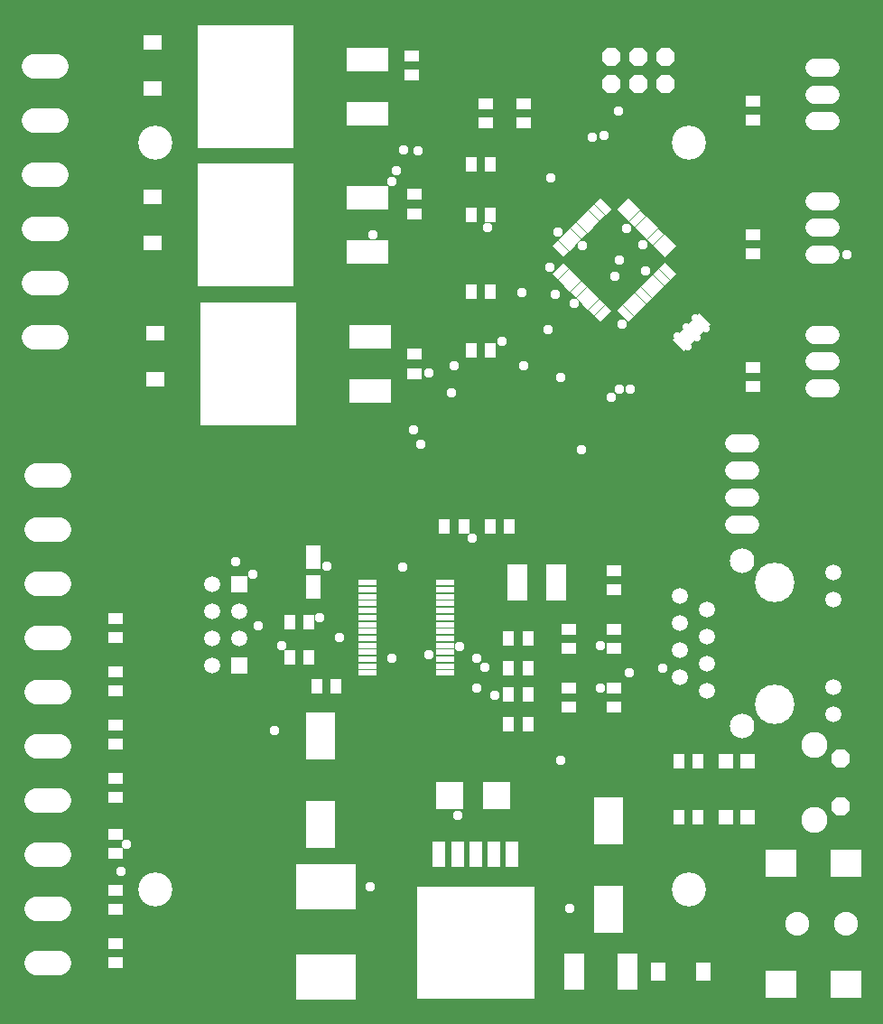
<source format=gbr>
G04 EAGLE Gerber RS-274X export*
G75*
%MOMM*%
%FSLAX34Y34*%
%LPD*%
%INSoldermask Top*%
%IPNEG*%
%AMOC8*
5,1,8,0,0,1.08239X$1,22.5*%
G01*
%ADD10C,3.203200*%
%ADD11R,1.403200X1.403200*%
%ADD12R,1.473200X1.673200*%
%ADD13R,1.003200X1.403200*%
%ADD14R,1.983200X3.403200*%
%ADD15R,3.003200X2.603200*%
%ADD16C,2.235200*%
%ADD17R,1.403200X1.003200*%
%ADD18R,1.673200X1.473200*%
%ADD19R,4.013200X2.286000*%
%ADD20R,9.093200X11.633200*%
%ADD21R,1.511200X1.511200*%
%ADD22C,1.511200*%
%ADD23C,2.298700*%
%ADD24R,1.703200X0.603200*%
%ADD25R,1.903200X3.503200*%
%ADD26R,1.403200X2.203200*%
%ADD27C,2.303200*%
%ADD28C,3.703200*%
%ADD29C,1.727200*%
%ADD30R,1.473200X0.762000*%
%ADD31R,0.762000X1.473200*%
%ADD32C,0.653200*%
%ADD33R,3.495041X1.534159*%
%ADD34R,2.703200X4.503200*%
%ADD35R,5.703200X4.203200*%
%ADD36R,11.003200X10.613200*%
%ADD37R,1.270000X2.362200*%
%ADD38R,2.603200X2.603200*%
%ADD39P,1.869504X8X112.500000*%
%ADD40C,2.451100*%
%ADD41P,1.852186X8X22.500000*%
%ADD42C,0.959600*%


D10*
X172500Y832500D03*
X672500Y832500D03*
X172500Y132500D03*
X672500Y132500D03*
D11*
X728000Y200000D03*
X707000Y200000D03*
D12*
X686500Y55000D03*
X643500Y55000D03*
D13*
X681500Y200000D03*
X663500Y200000D03*
D14*
X614900Y55000D03*
X565100Y55000D03*
D15*
X820000Y43000D03*
X820000Y157000D03*
X759000Y43000D03*
X759000Y157000D03*
D16*
X820000Y100000D03*
X774280Y100000D03*
D17*
X412500Y914000D03*
X412500Y896000D03*
D18*
X170000Y883500D03*
X170000Y926500D03*
D19*
X371400Y859600D03*
X371400Y910400D03*
D20*
X257100Y885000D03*
D17*
X732500Y621500D03*
X732500Y603500D03*
X732500Y746500D03*
X732500Y728500D03*
X415000Y784000D03*
X415000Y766000D03*
D18*
X170000Y738500D03*
X170000Y781500D03*
D19*
X371400Y729600D03*
X371400Y780400D03*
D20*
X257100Y755000D03*
D21*
X251125Y418250D03*
X251125Y342050D03*
D22*
X251125Y392850D03*
X251125Y367450D03*
X225725Y367450D03*
X225725Y392850D03*
X225725Y418250D03*
X225725Y342050D03*
D23*
X78778Y904500D02*
X57823Y904500D01*
X57823Y853700D02*
X78778Y853700D01*
X78778Y650500D02*
X57823Y650500D01*
X57823Y802900D02*
X78778Y802900D01*
X78778Y752100D02*
X57823Y752100D01*
X57823Y701300D02*
X78778Y701300D01*
D17*
X415000Y634000D03*
X415000Y616000D03*
D18*
X172500Y611000D03*
X172500Y654000D03*
D19*
X373900Y599600D03*
X373900Y650400D03*
D20*
X259600Y625000D03*
D17*
X732500Y871500D03*
X732500Y853500D03*
X135000Y386500D03*
X135000Y368500D03*
X135000Y336500D03*
X135000Y318500D03*
X135000Y286500D03*
X135000Y268500D03*
D24*
X371250Y419750D03*
X371250Y413250D03*
X371250Y406750D03*
X371250Y400250D03*
X371250Y393750D03*
X371250Y387250D03*
X371250Y380750D03*
X371250Y374250D03*
X371250Y367750D03*
X371250Y361250D03*
X371250Y354750D03*
X371250Y348250D03*
X371250Y341750D03*
X371250Y335250D03*
X443750Y335250D03*
X443750Y341750D03*
X443750Y348250D03*
X443750Y354750D03*
X443750Y361250D03*
X443750Y367750D03*
X443750Y374250D03*
X443750Y380750D03*
X443750Y387250D03*
X443750Y393750D03*
X443750Y400250D03*
X443750Y406750D03*
X443750Y413250D03*
X443750Y419750D03*
D13*
X316500Y350000D03*
X298500Y350000D03*
X316500Y382500D03*
X298500Y382500D03*
X341500Y322500D03*
X323500Y322500D03*
D25*
X511500Y420000D03*
X548500Y420000D03*
D13*
X503500Y340000D03*
X521500Y340000D03*
X503500Y367500D03*
X521500Y367500D03*
D17*
X560000Y358500D03*
X560000Y376500D03*
X602500Y358500D03*
X602500Y376500D03*
X602500Y303500D03*
X602500Y321500D03*
X560000Y303500D03*
X560000Y321500D03*
D13*
X521500Y315000D03*
X503500Y315000D03*
D17*
X602500Y431500D03*
X602500Y413500D03*
D13*
X521500Y287500D03*
X503500Y287500D03*
D26*
X320000Y416000D03*
X320000Y444000D03*
D13*
X504000Y472500D03*
X486000Y472500D03*
X461500Y472500D03*
X443500Y472500D03*
D27*
X722700Y285750D03*
X722700Y440650D03*
D22*
X808400Y429450D03*
X808400Y404050D03*
X808400Y322350D03*
X808400Y296950D03*
X664300Y407600D03*
X664300Y382200D03*
X664300Y356800D03*
X664300Y331400D03*
X689700Y395000D03*
X689700Y369600D03*
X689700Y344200D03*
X689700Y318800D03*
D28*
X753000Y306200D03*
X753000Y420200D03*
D29*
X730120Y550600D02*
X714880Y550600D01*
X714880Y525200D02*
X730120Y525200D01*
X730120Y499800D02*
X714880Y499800D01*
X714880Y474400D02*
X730120Y474400D01*
D17*
X482500Y869000D03*
X482500Y851000D03*
D13*
X468500Y812500D03*
X486500Y812500D03*
X468500Y765000D03*
X486500Y765000D03*
X663500Y252500D03*
X681500Y252500D03*
D11*
X728000Y252500D03*
X707000Y252500D03*
D30*
G36*
X610540Y680250D02*
X620956Y669834D01*
X615568Y664446D01*
X605152Y674862D01*
X610540Y680250D01*
G37*
G36*
X616197Y685907D02*
X626613Y675491D01*
X621225Y670103D01*
X610809Y680519D01*
X616197Y685907D01*
G37*
G36*
X621854Y691563D02*
X632270Y681147D01*
X626882Y675759D01*
X616466Y686175D01*
X621854Y691563D01*
G37*
G36*
X627511Y697220D02*
X637927Y686804D01*
X632539Y681416D01*
X622123Y691832D01*
X627511Y697220D01*
G37*
G36*
X633168Y702877D02*
X643584Y692461D01*
X638196Y687073D01*
X627780Y697489D01*
X633168Y702877D01*
G37*
G36*
X638825Y708534D02*
X649241Y698118D01*
X643853Y692730D01*
X633437Y703146D01*
X638825Y708534D01*
G37*
G36*
X644481Y714191D02*
X654897Y703775D01*
X649509Y698387D01*
X639093Y708803D01*
X644481Y714191D01*
G37*
G36*
X650138Y719848D02*
X660554Y709432D01*
X655166Y704044D01*
X644750Y714460D01*
X650138Y719848D01*
G37*
D31*
G36*
X655166Y740956D02*
X660554Y735568D01*
X650138Y725152D01*
X644750Y730540D01*
X655166Y740956D01*
G37*
G36*
X649509Y746613D02*
X654897Y741225D01*
X644481Y730809D01*
X639093Y736197D01*
X649509Y746613D01*
G37*
G36*
X643853Y752270D02*
X649241Y746882D01*
X638825Y736466D01*
X633437Y741854D01*
X643853Y752270D01*
G37*
G36*
X638196Y757927D02*
X643584Y752539D01*
X633168Y742123D01*
X627780Y747511D01*
X638196Y757927D01*
G37*
G36*
X632539Y763584D02*
X637927Y758196D01*
X627511Y747780D01*
X622123Y753168D01*
X632539Y763584D01*
G37*
G36*
X626882Y769241D02*
X632270Y763853D01*
X621854Y753437D01*
X616466Y758825D01*
X626882Y769241D01*
G37*
G36*
X621225Y774897D02*
X626613Y769509D01*
X616197Y759093D01*
X610809Y764481D01*
X621225Y774897D01*
G37*
G36*
X615568Y780554D02*
X620956Y775166D01*
X610540Y764750D01*
X605152Y770138D01*
X615568Y780554D01*
G37*
D30*
G36*
X589432Y780554D02*
X599848Y770138D01*
X594460Y764750D01*
X584044Y775166D01*
X589432Y780554D01*
G37*
G36*
X583775Y774897D02*
X594191Y764481D01*
X588803Y759093D01*
X578387Y769509D01*
X583775Y774897D01*
G37*
G36*
X578118Y769241D02*
X588534Y758825D01*
X583146Y753437D01*
X572730Y763853D01*
X578118Y769241D01*
G37*
G36*
X572461Y763584D02*
X582877Y753168D01*
X577489Y747780D01*
X567073Y758196D01*
X572461Y763584D01*
G37*
G36*
X566804Y757927D02*
X577220Y747511D01*
X571832Y742123D01*
X561416Y752539D01*
X566804Y757927D01*
G37*
G36*
X561147Y752270D02*
X571563Y741854D01*
X566175Y736466D01*
X555759Y746882D01*
X561147Y752270D01*
G37*
G36*
X555491Y746613D02*
X565907Y736197D01*
X560519Y730809D01*
X550103Y741225D01*
X555491Y746613D01*
G37*
G36*
X549834Y740956D02*
X560250Y730540D01*
X554862Y725152D01*
X544446Y735568D01*
X549834Y740956D01*
G37*
D31*
G36*
X554862Y719848D02*
X560250Y714460D01*
X549834Y704044D01*
X544446Y709432D01*
X554862Y719848D01*
G37*
G36*
X560519Y714191D02*
X565907Y708803D01*
X555491Y698387D01*
X550103Y703775D01*
X560519Y714191D01*
G37*
G36*
X566175Y708534D02*
X571563Y703146D01*
X561147Y692730D01*
X555759Y698118D01*
X566175Y708534D01*
G37*
G36*
X571832Y702877D02*
X577220Y697489D01*
X566804Y687073D01*
X561416Y692461D01*
X571832Y702877D01*
G37*
G36*
X577489Y697220D02*
X582877Y691832D01*
X572461Y681416D01*
X567073Y686804D01*
X577489Y697220D01*
G37*
G36*
X583146Y691563D02*
X588534Y686175D01*
X578118Y675759D01*
X572730Y681147D01*
X583146Y691563D01*
G37*
G36*
X588803Y685907D02*
X594191Y680519D01*
X583775Y670103D01*
X578387Y675491D01*
X588803Y685907D01*
G37*
G36*
X594460Y680250D02*
X599848Y674862D01*
X589432Y664446D01*
X584044Y669834D01*
X594460Y680250D01*
G37*
D17*
X517500Y869000D03*
X517500Y851000D03*
D13*
X486500Y692500D03*
X468500Y692500D03*
D32*
X661371Y651659D02*
X671659Y641371D01*
X680144Y649856D02*
X669856Y660144D01*
X678341Y668629D02*
X688629Y658341D01*
D33*
G36*
X692780Y661896D02*
X668068Y637184D01*
X657220Y648032D01*
X681932Y672744D01*
X692780Y661896D01*
G37*
D13*
X486500Y637500D03*
X468500Y637500D03*
D34*
X327500Y193500D03*
X327500Y276500D03*
X597500Y113500D03*
X597500Y196500D03*
D35*
X332500Y135000D03*
X332500Y50000D03*
D36*
X472500Y82100D03*
D37*
X506536Y165412D03*
X489518Y165412D03*
X472500Y165412D03*
X455482Y165412D03*
X438464Y165412D03*
D38*
X492000Y220000D03*
X448000Y220000D03*
D39*
X814946Y209894D03*
X814946Y255106D03*
D40*
X790054Y197448D03*
X790054Y267552D03*
D29*
X789880Y652500D02*
X805120Y652500D01*
X805120Y627500D02*
X789880Y627500D01*
X789880Y602500D02*
X805120Y602500D01*
X805120Y777500D02*
X789880Y777500D01*
X789880Y752500D02*
X805120Y752500D01*
X805120Y727500D02*
X789880Y727500D01*
X789880Y902500D02*
X805120Y902500D01*
X805120Y877500D02*
X789880Y877500D01*
X789880Y852500D02*
X805120Y852500D01*
D23*
X81278Y521100D02*
X60323Y521100D01*
X60323Y470300D02*
X81278Y470300D01*
X81278Y63900D02*
X60323Y63900D01*
X60323Y419500D02*
X81278Y419500D01*
X81278Y368700D02*
X60323Y368700D01*
X60323Y114700D02*
X81278Y114700D01*
X81278Y317900D02*
X60323Y317900D01*
X60323Y267100D02*
X81278Y267100D01*
X81278Y165500D02*
X60323Y165500D01*
X60323Y216300D02*
X81278Y216300D01*
D17*
X135000Y236500D03*
X135000Y218500D03*
X135000Y184000D03*
X135000Y166000D03*
X135000Y131500D03*
X135000Y113500D03*
X135000Y81500D03*
X135000Y63500D03*
D41*
X599600Y887300D03*
X599600Y912700D03*
X625000Y887300D03*
X625000Y912700D03*
X650400Y887300D03*
X650400Y912700D03*
D42*
X139809Y148993D03*
X144911Y174506D03*
X606177Y862323D03*
X540865Y657202D03*
X483717Y753129D03*
X376565Y745986D03*
X600054Y593931D03*
X404118Y434733D03*
X610259Y662305D03*
X552091Y612300D03*
X421467Y550050D03*
X247982Y439836D03*
X617403Y601075D03*
X263289Y427590D03*
X631690Y712309D03*
X428610Y616382D03*
X550050Y749047D03*
X592911Y838851D03*
X552091Y253084D03*
X490861Y314314D03*
X820482Y727617D03*
X414323Y563316D03*
X393913Y795990D03*
X326560Y386770D03*
X344929Y368401D03*
X614341Y752109D03*
X603116Y707207D03*
X607198Y601075D03*
X332683Y435754D03*
X629649Y736801D03*
X405139Y825585D03*
X496984Y645977D03*
X452082Y623526D03*
X268392Y379626D03*
X581685Y837831D03*
X607198Y722514D03*
X541886Y715371D03*
X290843Y361257D03*
X457184Y360237D03*
X428610Y352073D03*
X456164Y202059D03*
X373503Y134706D03*
X561275Y114296D03*
X469430Y461266D03*
X473512Y349011D03*
X589849Y361257D03*
X648018Y339827D03*
X481676Y340847D03*
X616382Y335745D03*
X393913Y349011D03*
X589849Y321458D03*
X473512Y321458D03*
X565357Y681694D03*
X418405Y824564D03*
X571480Y544947D03*
X450041Y598013D03*
X516373Y691899D03*
X546988Y689858D03*
X397995Y806195D03*
X542906Y799052D03*
X572501Y735781D03*
X517394Y623526D03*
X283699Y281658D03*
M02*

</source>
